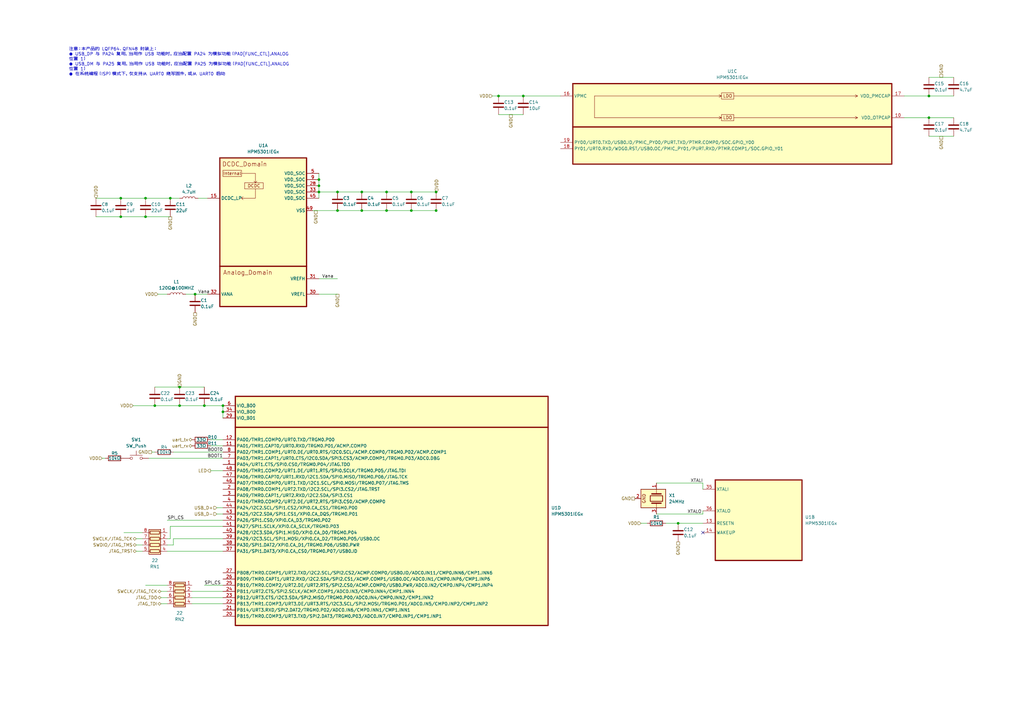
<source format=kicad_sch>
(kicad_sch (version 20231120) (generator "eeschema") (generator_version "8.0")
  (paper "A3")
  (title_block (date "2024-06-16"))
  (lib_symbols
    (symbol "Crystal_AKL:Crystal_Generic_GND2" (pin_names (offset 1.016) hide)
      (property "Reference" "X" (at 0 8.89 0))
      (property "Value" "Crystal_Generic" (at 0 6.35 0))
      (symbol "Crystal_Generic_GND2_0_1"
        (rectangle (start -3.81 3.81) (end 3.81 -6.35) (stroke (width 0.254)) (fill (type background)))
        (rectangle (start -1.143 2.54) (end 1.143 -2.54) (stroke (width 0.3048)))
        (polyline (pts (xy -3.81 0) (xy -1.905 0)))
        (polyline (pts (xy -1.905 -1.905) (xy -1.905 1.905)) (stroke (width 0.508)))
        (polyline (pts (xy 1.905 -1.905) (xy 1.905 1.905)) (stroke (width 0.508)))
        (polyline (pts (xy 3.81 0) (xy 1.905 0)))
        (text "GND" (at 0 -5.08 0) (effects (font (size 1.27 1.27))))
      )
      (symbol "Crystal_Generic_GND2_1_1"
        (pin passive line (at -6.35 0 0) (length 2.54) (name "1") (number "1"))
        (pin passive line (at 0 -8.89 90) (length 2.54) (name "2") (number "2"))
        (pin passive line (at 6.35 0 180) (length 2.54) (name "3") (number "3"))
      )
    )
    (symbol "Device:C" (pin_numbers hide) (pin_names (offset 0.254))
      (property "Reference" "C" (at 0.635 2.54 0))
      (property "Value" "C" (at 0.635 -2.54 0))
      (symbol "C_0_1"
        (polyline (pts (xy -2.032 -0.762) (xy 2.032 -0.762)) (stroke (width 0.508)))
        (polyline (pts (xy -2.032 0.762) (xy 2.032 0.762)) (stroke (width 0.508)))
      )
      (symbol "C_1_1"
        (pin passive line (at 0 3.81 270) (length 2.794) (name "~") (number "1"))
        (pin passive line (at 0 -3.81 90) (length 2.794) (name "~") (number "2"))
      )
    )
    (symbol "Device:L" (pin_numbers hide) (pin_names (offset 1.016) hide)
      (property "Reference" "L" (at -1.27 0 90))
      (property "Value" "L" (at 1.905 0 90))
      (symbol "L_0_1"
        (arc (start 0 -2.54) (mid 0.6323 -1.905) (end 0 -1.27))
        (arc (start 0 -1.27) (mid 0.6323 -0.635) (end 0 0))
        (arc (start 0 0) (mid 0.6323 0.635) (end 0 1.27))
        (arc (start 0 1.27) (mid 0.6323 1.905) (end 0 2.54))
      )
      (symbol "L_1_1"
        (pin passive line (at 0 3.81 270) (length 1.27) (name "1") (number "1"))
        (pin passive line (at 0 -3.81 90) (length 1.27) (name "2") (number "2"))
      )
    )
    (symbol "Device:R" (pin_numbers hide) (pin_names (offset 0))
      (property "Reference" "R" (at 2.032 0 90))
      (property "Value" "R" (at 0 0 90))
      (symbol "R_0_1"
        (rectangle (start -1.016 -2.54) (end 1.016 2.54) (stroke (width 0.254)))
      )
      (symbol "R_1_1"
        (pin passive line (at 0 3.81 270) (length 1.27) (name "~") (number "1"))
        (pin passive line (at 0 -3.81 90) (length 1.27) (name "~") (number "2"))
      )
    )
    (symbol "Device:R_Pack04" (pin_names (offset 0) hide)
      (property "Reference" "RN" (at -7.62 0 90))
      (property "Value" "R_Pack04" (at 5.08 0 90))
      (symbol "R_Pack04_0_1"
        (rectangle (start -6.35 -2.413) (end 3.81 2.413) (stroke (width 0.254)) (fill (type background)))
        (rectangle (start -5.715 1.905) (end -4.445 -1.905) (stroke (width 0.254)))
        (rectangle (start -3.175 1.905) (end -1.905 -1.905) (stroke (width 0.254)))
        (rectangle (start -0.635 1.905) (end 0.635 -1.905) (stroke (width 0.254)))
        (polyline (pts (xy -5.08 -2.54) (xy -5.08 -1.905)))
        (polyline (pts (xy -5.08 1.905) (xy -5.08 2.54)))
        (polyline (pts (xy -2.54 -2.54) (xy -2.54 -1.905)))
        (polyline (pts (xy -2.54 1.905) (xy -2.54 2.54)))
        (polyline (pts (xy 0 -2.54) (xy 0 -1.905)))
        (polyline (pts (xy 0 1.905) (xy 0 2.54)))
        (polyline (pts (xy 2.54 -2.54) (xy 2.54 -1.905)))
        (polyline (pts (xy 2.54 1.905) (xy 2.54 2.54)))
        (rectangle (start 1.905 1.905) (end 3.175 -1.905) (stroke (width 0.254)))
      )
      (symbol "R_Pack04_1_1"
        (pin passive line (at -5.08 -5.08 90) (length 2.54) (name "R1.1") (number "1"))
        (pin passive line (at -2.54 -5.08 90) (length 2.54) (name "R2.1") (number "2"))
        (pin passive line (at 0 -5.08 90) (length 2.54) (name "R3.1") (number "3"))
        (pin passive line (at 2.54 -5.08 90) (length 2.54) (name "R4.1") (number "4"))
        (pin passive line (at 2.54 5.08 270) (length 2.54) (name "R4.2") (number "5"))
        (pin passive line (at 0 5.08 270) (length 2.54) (name "R3.2") (number "6"))
        (pin passive line (at -2.54 5.08 270) (length 2.54) (name "R2.2") (number "7"))
        (pin passive line (at -5.08 5.08 270) (length 2.54) (name "R1.2") (number "8"))
      )
    )
    (symbol "HPM5300_Library:HPM5301IEG1"
      (property "Reference" "U" (at 1.27 1.27 0))
      (property "Value" "HPM5301IEGx" (at 15.24 1.27 0))
      (symbol "HPM5301IEG1_1_0"
        (pin power_in line (at 38.1 -21.59 180) (length 2.54) (name "VSS") (number "49"))
      )
      (symbol "HPM5301IEG1_1_1"
        (polyline (pts (xy 0 -44.45) (xy 35.56 -44.45)) (stroke (width 0.508)))
        (polyline (pts (xy 8.89 -6.35) (xy 14.605 -6.35) (xy 14.605 -10.16) (xy 13.97 -9.525) (xy 14.605 -10.16) (xy 15.24 -9.525)))
        (polyline (pts (xy 14.605 -12.7) (xy 14.605 -16.51) (xy 8.89 -16.51) (xy 9.525 -15.875) (xy 8.89 -16.51) (xy 9.525 -17.145)))
        (rectangle (start 0 0) (end 35.56 -60.96) (stroke (width 0.508)) (fill (type background)))
        (rectangle (start 1.27 -5.08) (end 8.89 -7.62))
        (rectangle (start 10.16 -10.16) (end 17.78 -12.7))
        (text "Analog_Domain" (at 11.43 -46.99 0) (effects (font (size 1.778 1.778))))
        (text "DCDC" (at 13.97 -11.43 0) (effects (font (size 1.27 1.27))))
        (text "DCDC_Domain" (at 10.16 -2.54 0) (effects (font (size 1.778 1.778))))
        (text "Internal" (at 5.08 -6.35 0) (effects (font (size 1.27 1.27))))
        (pin power_in line (at -5.08 -16.51 0) (length 5.08) (name "DCDC_LP") (number "15"))
        (pin power_in line (at 40.64 -11.43 180) (length 5.08) (name "VDD_SOC") (number "28"))
        (pin power_in line (at 40.64 -55.88 180) (length 5.08) (name "VREFL") (number "30"))
        (pin power_in line (at 40.64 -49.53 180) (length 5.08) (name "VREFH") (number "31"))
        (pin power_in line (at -5.08 -55.88 0) (length 5.08) (name "VANA") (number "32"))
        (pin power_in line (at 40.64 -13.97 180) (length 5.08) (name "VDD_SOC") (number "33"))
        (pin power_in line (at 40.64 -16.51 180) (length 5.08) (name "VDD_SOC") (number "45"))
        (pin power_in line (at 40.64 -6.35 180) (length 5.08) (name "VDD_SOC") (number "5"))
        (pin power_in line (at 40.64 -8.89 180) (length 5.08) (name "VDD_SOC") (number "9"))
      )
      (symbol "HPM5301IEG1_2_1"
        (rectangle (start 0 0) (end 35.56 -33.02) (stroke (width 0.508)) (fill (type background)))
        (pin input line (at -5.08 -17.78 0) (length 5.08) (name "RESETN") (number "13"))
        (pin input line (at -5.08 -21.59 0) (length 5.08) (name "WAKEUP") (number "14"))
        (pin input line (at -5.08 -3.81 0) (length 5.08) (name "XTALI") (number "35"))
        (pin output line (at -5.08 -12.7 0) (length 5.08) (name "XTALO") (number "36"))
      )
      (symbol "HPM5301IEG1_3_0"
        (polyline (pts (xy 8.89 -13.97) (xy 60.96 -13.97) (xy 59.944 -13.462) (xy 60.96 -13.97) (xy 59.944 -14.478)))
        (polyline (pts (xy 8.89 -5.08) (xy 60.96 -5.08) (xy 59.944 -4.572) (xy 60.96 -5.08) (xy 59.944 -5.588)))
        (polyline (pts (xy 66.04 -13.97) (xy 116.84 -13.97) (xy 115.824 -13.462) (xy 116.84 -13.97) (xy 115.824 -14.478)))
        (polyline (pts (xy 66.04 -5.08) (xy 116.84 -5.08) (xy 115.824 -4.572) (xy 116.84 -5.08) (xy 115.824 -5.588)))
      )
      (symbol "HPM5301IEG1_3_1"
        (polyline (pts (xy 0 -17.78) (xy 130.81 -17.78)) (stroke (width 0.508)))
        (polyline (pts (xy 8.89 -12.7) (xy 8.89 -5.08) (xy 8.89 -13.97)))
        (rectangle (start 0 0) (end 130.81 -33.02) (stroke (width 0.508)) (fill (type background)))
        (rectangle (start 60.96 -12.7) (end 66.04 -15.24))
        (rectangle (start 60.96 -3.81) (end 66.04 -6.35))
        (text "LDO" (at 63.5 -13.97 0) (effects (font (size 1.27 1.27))))
        (text "LDO" (at 63.5 -5.08 0) (effects (font (size 1.27 1.27))))
        (pin power_out line (at 135.89 -13.97 180) (length 5.08) (name "VDD_OTPCAP") (number "10"))
        (pin power_in line (at -5.08 -5.08 0) (length 5.08) (name "VPMC") (number "16"))
        (pin power_out line (at 135.89 -5.08 180) (length 5.08) (name "VDD_PMCCAP") (number "17"))
        (pin bidirectional line (at -5.08 -26.67 0) (length 5.08) (name "PY01/URT0.RXD/WDG0.RST/USB0.OC/PMIC_PY01/PURT.RXD/PTMR.COMP1/SOC.GPIO_Y01") (number "18"))
        (pin bidirectional line (at -5.08 -24.13 0) (length 5.08) (name "PY00/URT0.TXD/USB0.ID/PMIC_PY00/PURT.TXD/PTMR.COMP0/SOC.GPIO_Y00") (number "19"))
      )
      (symbol "HPM5301IEG1_4_1"
        (polyline (pts (xy 0 -12.7) (xy 128.27 -12.7)) (stroke (width 0.5)))
        (rectangle (start 0 0) (end 128.27 -93.98) (stroke (width 0.508)) (fill (type background)))
        (pin bidirectional line (at -5.08 -27.94 0) (length 5.08) (name "PA04/URT1.CTS/SPI0.CS0/TRGM0.P04/JTAG.TDO") (number "1"))
        (pin bidirectional line (at -5.08 -20.32 0) (length 5.08) (name "PA01/TMR1.CAPT0/URT0.RXD/TRGM0.P01/ACMP.COMP0") (number "11"))
        (pin bidirectional line (at -5.08 -17.78 0) (length 5.08) (name "PA00/TMR1.COMP0/URT0.TXD/TRGM0.P00") (number "12"))
        (pin bidirectional line (at -5.08 -38.1 0) (length 5.08) (name "PA08/TMR0.COMP1/URT2.TXD/I2C2.SCL/SPI3.CS2/JTAG.TRST") (number "2"))
        (pin bidirectional line (at -5.08 -90.17 0) (length 5.08) (name "PB15/TMR0.COMP3/URT3.TXD/SPI2.DAT3/TRGM0.P03/ADC0.IN7/CMP0.INP1/CMP1.INP1") (number "20"))
        (pin bidirectional line (at -5.08 -87.63 0) (length 5.08) (name "PB14/URT3.RXD/SPI2.DAT2/TRGM0.P02/ADC0.IN6/CMP0.INN1/CMP1.INN1") (number "21"))
        (pin bidirectional line (at -5.08 -85.09 0) (length 5.08) (name "PB13/TMR1.COMP3/URT3.DE/URT3.RTS/I2C3.SCL/SPI2.MOSI/TRGM0.P01/ADC0.IN5/CMP0.INP2/CMP1.INP2") (number "22"))
        (pin bidirectional line (at -5.08 -82.55 0) (length 5.08) (name "PB12/URT3.CTS/I2C3.SDA/SPI2.MISO/TRGM0.P00/ADC0.IN4/CMP0.INN2/CMP1.INN2") (number "23"))
        (pin bidirectional line (at -5.08 -80.01 0) (length 5.08) (name "PB11/URT2.CTS/SPI2.SCLK/ACMP.COMP1/ADC0.IN3/CMP0.INN4/CMP1.INN4") (number "24"))
        (pin bidirectional line (at -5.08 -77.47 0) (length 5.08) (name "PB10/TMR0.COMP2/URT2.DE/URT2.RTS/SPI2.CS0/ACMP.COMP0/USB0.PWR/ADC0.IN2/CMP0.INP4/CMP1.INP4") (number "25"))
        (pin bidirectional line (at -5.08 -74.93 0) (length 5.08) (name "PB09/TMR0.CAPT1/URT2.RXD/I2C2.SDA/SPI2.CS1/ACMP.COMP1/USB0.OC/ADC0.IN1/CMP0.INP6/CMP1.INP6") (number "26"))
        (pin bidirectional line (at -5.08 -72.39 0) (length 5.08) (name "PB08/TMR0.COMP1/URT2.TXD/I2C2.SCL/SPI2.CS2/ACMP.COMP0/USB0.ID/ADC0.IN11/CMP0.INN6/CMP1.INN6") (number "27"))
        (pin power_in line (at -5.08 -8.89 0) (length 5.08) (name "VIO_B01") (number "29"))
        (pin bidirectional line (at -5.08 -40.64 0) (length 5.08) (name "PA09/TMR0.CAPT1/URT2.RXD/I2C2.SDA/SPI3.CS1") (number "3"))
        (pin power_in line (at -5.08 -6.35 0) (length 5.08) (name "VIO_B00") (number "34"))
        (pin bidirectional line (at -5.08 -63.5 0) (length 5.08) (name "PA31/SPI1.DAT3/XPI0.CA_CS0/TRGM0.P07/USB0.ID") (number "37"))
        (pin bidirectional line (at -5.08 -60.96 0) (length 5.08) (name "PA30/SPI1.DAT2/XPI0.CA_D1/TRGM0.P06/USB0.PWR") (number "38"))
        (pin bidirectional line (at -5.08 -58.42 0) (length 5.08) (name "PA29/I2C3.SCL/SPI1.MOSI/XPI0.CA_D2/TRGM0.P05/USB0.OC") (number "39"))
        (pin bidirectional line (at -5.08 -43.18 0) (length 5.08) (name "PA10/TMR0.COMP2/URT2.DE/URT2.RTS/SPI3.CS0/ACMP.COMP0") (number "4"))
        (pin bidirectional line (at -5.08 -55.88 0) (length 5.08) (name "PA28/I2C3.SDA/SPI1.MISO/XPI0.CA_D0/TRGM0.P04") (number "40"))
        (pin bidirectional line (at -5.08 -53.34 0) (length 5.08) (name "PA27/SPI1.SCLK/XPI0.CA_SCLK/TRGM0.P03") (number "41"))
        (pin bidirectional line (at -5.08 -50.8 0) (length 5.08) (name "PA26/SPI1.CS0/XPI0.CA_D3/TRGM0.P02") (number "42"))
        (pin bidirectional line (at -5.08 -48.26 0) (length 5.08) (name "PA25/I2C2.SDA/SPI1.CS1/XPI0.CA_DQS/TRGM0.P01") (number "43"))
        (pin bidirectional line (at -5.08 -45.72 0) (length 5.08) (name "PA24/I2C2.SCL/SPI1.CS2/XPI0.CA_CS1/TRGM0.P00") (number "44"))
        (pin bidirectional line (at -5.08 -35.56 0) (length 5.08) (name "PA07/TMR0.COMP0/URT1.TXD/I2C1.SCL/SPI0.MOSI/TRGM0.P07/JTAG.TMS") (number "46"))
        (pin bidirectional line (at -5.08 -33.02 0) (length 5.08) (name "PA06/TMR0.CAPT0/URT1.RXD/I2C1.SDA/SPI0.MISO/TRGM0.P06/JTAG.TCK") (number "47"))
        (pin bidirectional line (at -5.08 -30.48 0) (length 5.08) (name "PA05/TMR1.COMP2/URT1.DE/URT1.RTS/SPI0.SCLK/TRGM0.P05/JTAG.TDI") (number "48"))
        (pin power_in line (at -5.08 -3.81 0) (length 5.08) (name "VIO_B00") (number "6"))
        (pin bidirectional line (at -5.08 -25.4 0) (length 5.08) (name "PA03/TMR1.CAPT1/URT0.CTS/I2C0.SDA/SPI3.CS3/ACMP.COMP1/TRGM0.P03/ADC0.DBG") (number "7"))
        (pin bidirectional line (at -5.08 -22.86 0) (length 5.08) (name "PA02/TMR1.COMP1/URT0.DE/URT0.RTS/I2C0.SCL/ACMP.COMP0/TRGM0.P02/ACMP.COMP1") (number "8"))
      )
    )
    (symbol "Switch:SW_Push" (pin_numbers hide) (pin_names (offset 1.016) hide)
      (property "Reference" "SW" (at 1.27 2.54 0))
      (property "Value" "SW_Push" (at 0 -1.524 0))
      (symbol "SW_Push_0_1"
        (circle (center -2.032 0) (radius 0.508))
        (polyline (pts (xy 0 1.27) (xy 0 3.048)))
        (polyline (pts (xy 2.54 1.27) (xy -2.54 1.27)))
        (circle (center 2.032 0) (radius 0.508))
        (pin passive line (at -5.08 0 0) (length 2.54) (name "1") (number "1"))
        (pin passive line (at 5.08 0 180) (length 2.54) (name "2") (number "2"))
      )
    )
  )
  (junction (at 130.81 73.66))
  (junction (at 63.5 166.37))
  (junction (at 69.85 81.28))
  (junction (at 158.5481 86.36))
  (junction (at 204.47 39.37))
  (junction (at 73.66 158.75))
  (junction (at 59.69 88.9))
  (junction (at 381 39.37))
  (junction (at 138.43 86.36))
  (junction (at 91.44 166.37))
  (junction (at 49.53 88.9))
  (junction (at 73.66 166.37))
  (junction (at 381 48.26))
  (junction (at 214.63 39.37))
  (junction (at 168.7081 78.74))
  (junction (at 278.13 214.63))
  (junction (at 158.5481 78.74))
  (junction (at 130.81 76.2))
  (junction (at 91.44 168.91))
  (junction (at 148.3881 78.74))
  (junction (at 80.01 120.65))
  (junction (at 178.8681 78.74))
  (junction (at 59.69 81.28))
  (junction (at 130.81 78.74))
  (junction (at 178.8681 86.36))
  (junction (at 83.82 166.37))
  (junction (at 49.53 81.28))
  (junction (at 168.7081 86.36))
  (junction (at 148.3881 86.36))
  (junction (at 138.43 78.74))
  (no_connect (at 288.29 218.44))
  (wire (pts (xy 71.12 220.98) (xy 91.44 220.98)))
  (wire (pts (xy 55.88 220.98) (xy 58.42 220.98)))
  (wire (pts (xy 41.91 187.96) (xy 43.18 187.96)))
  (wire (pts (xy 66.04 247.65) (xy 68.58 247.65)))
  (wire (pts (xy 86.36 182.88) (xy 91.44 182.88)))
  (wire (pts (xy 88.9 210.82) (xy 91.44 210.82)))
  (wire (pts (xy 214.63 39.37) (xy 229.87 39.37)))
  (wire (pts (xy 269.24 210.82) (xy 288.29 210.82)))
  (wire (pts (xy 69.85 215.9) (xy 91.44 215.9)))
  (wire (pts (xy 49.53 81.28) (xy 59.69 81.28)))
  (wire (pts (xy 73.66 166.37) (xy 83.82 166.37)))
  (wire (pts (xy 148.3881 86.36) (xy 158.5481 86.36)))
  (wire (pts (xy 288.29 210.82) (xy 288.29 209.55)))
  (wire (pts (xy 63.5 158.75) (xy 73.66 158.75)))
  (wire (pts (xy 204.47 46.99) (xy 214.63 46.99)))
  (wire (pts (xy 59.69 240.03) (xy 68.58 240.03)))
  (wire (pts (xy 60.96 187.96) (xy 91.44 187.96)))
  (wire (pts (xy 130.81 114.3) (xy 138.43 114.3)))
  (wire (pts (xy 148.3881 78.74) (xy 158.5481 78.74)))
  (wire (pts (xy 130.81 73.66) (xy 130.81 76.2)))
  (wire (pts (xy 68.58 213.36) (xy 91.44 213.36)))
  (wire (pts (xy 83.82 240.03) (xy 91.44 240.03)))
  (wire (pts (xy 381 39.37) (xy 391.16 39.37)))
  (wire (pts (xy 62.23 185.42) (xy 63.5 185.42)))
  (wire (pts (xy 76.2 120.65) (xy 80.01 120.65)))
  (wire (pts (xy 69.85 81.28) (xy 73.66 81.28)))
  (wire (pts (xy 130.81 76.2) (xy 130.81 78.74)))
  (wire (pts (xy 168.7081 86.36) (xy 178.8681 86.36)))
  (wire (pts (xy 158.5481 86.36) (xy 168.7081 86.36)))
  (wire (pts (xy 178.8681 78.74) (xy 179.07 78.74)))
  (wire (pts (xy 78.74 247.65) (xy 91.44 247.65)))
  (wire (pts (xy 59.69 81.28) (xy 69.85 81.28)))
  (wire (pts (xy 66.04 245.11) (xy 68.58 245.11)))
  (wire (pts (xy 288.29 198.12) (xy 288.29 200.66)))
  (wire (pts (xy 381 31.75) (xy 391.16 31.75)))
  (wire (pts (xy 262.89 214.63) (xy 265.43 214.63)))
  (wire (pts (xy 130.81 120.65) (xy 138.43 120.65)))
  (wire (pts (xy 138.43 78.74) (xy 148.3881 78.74)))
  (wire (pts (xy 201.93 39.37) (xy 204.47 39.37)))
  (wire (pts (xy 80.01 120.65) (xy 85.09 120.65)))
  (wire (pts (xy 178.8681 86.36) (xy 179.07 86.36)))
  (wire (pts (xy 39.37 88.9) (xy 49.53 88.9)))
  (wire (pts (xy 381 55.88) (xy 391.16 55.88)))
  (wire (pts (xy 269.24 198.12) (xy 288.29 198.12)))
  (wire (pts (xy 63.5 166.37) (xy 73.66 166.37)))
  (wire (pts (xy 158.5481 78.74) (xy 168.7081 78.74)))
  (wire (pts (xy 39.37 81.28) (xy 49.53 81.28)))
  (wire (pts (xy 91.44 166.37) (xy 91.44 168.91)))
  (wire (pts (xy 50.8 218.44) (xy 58.42 218.44)))
  (wire (pts (xy 88.9 208.28) (xy 91.44 208.28)))
  (wire (pts (xy 370.84 48.26) (xy 381 48.26)))
  (wire (pts (xy 130.81 78.74) (xy 130.81 81.28)))
  (wire (pts (xy 138.43 86.36) (xy 148.3881 86.36)))
  (wire (pts (xy 71.12 223.52) (xy 68.58 223.52)))
  (wire (pts (xy 168.7081 78.74) (xy 178.8681 78.74)))
  (wire (pts (xy 54.61 166.37) (xy 63.5 166.37)))
  (wire (pts (xy 71.12 185.42) (xy 91.44 185.42)))
  (wire (pts (xy 66.04 242.57) (xy 68.58 242.57)))
  (wire (pts (xy 73.66 158.75) (xy 83.82 158.75)))
  (wire (pts (xy 381 48.26) (xy 391.16 48.26)))
  (wire (pts (xy 86.36 193.04) (xy 91.44 193.04)))
  (wire (pts (xy 130.81 71.12) (xy 130.81 73.66)))
  (wire (pts (xy 78.74 242.57) (xy 91.44 242.57)))
  (wire (pts (xy 49.53 88.9) (xy 59.69 88.9)))
  (wire (pts (xy 204.47 39.37) (xy 214.63 39.37)))
  (wire (pts (xy 128.27 86.36) (xy 138.43 86.36)))
  (wire (pts (xy 69.85 220.98) (xy 68.58 220.98)))
  (wire (pts (xy 83.82 166.37) (xy 91.44 166.37)))
  (wire (pts (xy 78.74 245.11) (xy 91.44 245.11)))
  (wire (pts (xy 71.12 220.98) (xy 71.12 223.52)))
  (wire (pts (xy 130.81 78.74) (xy 138.43 78.74)))
  (wire (pts (xy 273.05 214.63) (xy 278.13 214.63)))
  (wire (pts (xy 278.13 214.63) (xy 288.29 214.63)))
  (wire (pts (xy 64.77 120.65) (xy 68.58 120.65)))
  (wire (pts (xy 68.58 226.06) (xy 91.44 226.06)))
  (wire (pts (xy 370.84 39.37) (xy 381 39.37)))
  (wire (pts (xy 86.36 180.34) (xy 91.44 180.34)))
  (wire (pts (xy 59.69 88.9) (xy 69.85 88.9)))
  (wire (pts (xy 91.44 168.91) (xy 91.44 171.45)))
  (wire (pts (xy 81.28 81.28) (xy 85.09 81.28)))
  (wire (pts (xy 69.85 215.9) (xy 69.85 220.98)))
  (wire (pts (xy 55.88 226.06) (xy 58.42 226.06)))
  (wire (pts (xy 55.88 223.52) (xy 58.42 223.52)))
  (text "注意：本产品的 LQFP64、QFN48 封装上：\n● USB_DP 与 PA24 复用，当用作 USB 功能时，应当配置 PA24 为模拟功能（PAD[FUNC_CTL].ANALOG\n位置 1）\n● USB_DM 与 PA25 复用，当用作 USB 功能时，应当配置 PA25 为模拟功能（PAD[FUNC_CTL].ANALOG\n位置 1）\n● 在系统编程（ISP）模式下，仅支持从 UART0 烧写固件，或从 UART0 启动" (at 28.194 25.4 0) (effects (font (size 1.27 1.27)) (justify left)))
  (label "Vana" (at 81.28 120.65 0))
  (label "SPI_CS" (at 83.82 240.03 0))
  (label "Vana" (at 132.08 114.3 0))
  (label "BOOT1" (at 85.09 187.96 0))
  (label "XTALI" (at 283.21 198.12 0))
  (label "BOOT0" (at 85.09 185.42 0))
  (label "XTALO" (at 281.94 210.82 0))
  (label "SPI_CS" (at 68.6878 213.36 0))
  (hierarchical_label "GND" (shape passive) (at 386.08 31.75 90))
  (hierarchical_label "uart_rx" (shape bidirectional) (at 78.74 182.88 180))
  (hierarchical_label "VDD" (shape input) (at 201.93 39.37 180))
  (hierarchical_label "GND" (shape passive) (at 129.54 86.36 270))
  (hierarchical_label "VDD" (shape input) (at 41.91 187.96 180))
  (hierarchical_label "LED" (shape output) (at 86.36 193.04 180))
  (hierarchical_label "USB_D+" (shape input) (at 88.9 208.28 180))
  (hierarchical_label "GND" (shape passive) (at 278.13 222.25 270))
  (hierarchical_label "JTAG_TDO" (shape bidirectional) (at 66.04 245.11 180))
  (hierarchical_label "SWCLK{slash}JTAG_TCK" (shape bidirectional) (at 66.04 242.57 180))
  (hierarchical_label "GND" (shape passive) (at 260.35 204.47 180))
  (hierarchical_label "JTAG_TRST" (shape bidirectional) (at 55.88 226.06 180))
  (hierarchical_label "GND" (shape passive) (at 80.01 128.27 270))
  (hierarchical_label "GND" (shape passive) (at 386.08 55.88 270))
  (hierarchical_label "SWDIO{slash}JTAG_TMS" (shape bidirectional) (at 55.88 223.52 180))
  (hierarchical_label "VDD" (shape input) (at 64.77 120.65 180))
  (hierarchical_label "SWCLK{slash}JTAG_TCK" (shape bidirectional) (at 55.88 220.98 180))
  (hierarchical_label "VDD" (shape input) (at 54.61 166.37 180))
  (hierarchical_label "JTAG_TDI" (shape bidirectional) (at 66.04 247.65 180))
  (hierarchical_label "GND" (shape passive) (at 73.66 158.75 90))
  (hierarchical_label "GND" (shape passive) (at 69.85 88.9 270))
  (hierarchical_label "VDD" (shape input) (at 179.07 78.74 90))
  (hierarchical_label "uart_tx" (shape bidirectional) (at 78.74 180.34 180))
  (hierarchical_label "VDD" (shape input) (at 262.89 214.63 180))
  (hierarchical_label "GND" (shape passive) (at 138.43 120.65 270))
  (hierarchical_label "GND" (shape passive) (at 209.55 46.99 270))
  (hierarchical_label "VDD" (shape input) (at 39.37 81.28 90))
  (hierarchical_label "USB_D-" (shape input) (at 88.9 210.82 180))
  (hierarchical_label "GND" (shape passive) (at 62.23 185.42 180))
  (symbol (lib_id "Device:R_Pack04") (at 63.5 223.52 90) (mirror x) (unit 1)
    (property "Reference" "RN1" (at 63.5 232.41 90))
    (property "Value" "22" (at 63.5 229.87 90))
    (property "Footprint" "Resistor_SMD:R_Array_Concave_4x0402" (effects (hide yes)))
    (property "Description" "4 resistor network, parallel topology" (effects (hide yes)))
  )
  (symbol (lib_id "Device:R") (at 269.24 214.63 270) (unit 1)
    (property "Reference" "R1" (at 269.24 212.09 90))
    (property "Value" "10kΩ" (at 269.24 214.63 90))
    (property "Footprint" "Resistor_SMD:R_0402_1005Metric" (effects (hide yes)))
    (property "Description" "Resistor" (effects (hide yes)))
  )
  (symbol (lib_id "Device:C") (at 59.69 85.09 0) (unit 1)
    (property "Reference" "C10" (at 61.976 83.82 0) (effects (justify left)))
    (property "Value" "22uF" (at 61.976 86.36 0) (effects (justify left)))
    (property "Footprint" "Capacitor_SMD:C_0402_1005Metric" (effects (hide yes)))
    (property "Description" "Unpolarized capacitor" (effects (hide yes)))
  )
  (symbol (lib_id "Device:C") (at 148.3881 82.55 0) (unit 1)
    (property "Reference" "C4" (at 150.6741 81.28 0) (effects (justify left)))
    (property "Value" "0.1uF" (at 150.6741 83.82 0) (effects (justify left)))
    (property "Footprint" "Capacitor_SMD:C_0402_1005Metric" (effects (hide yes)))
    (property "Description" "Unpolarized capacitor" (effects (hide yes)))
  )
  (symbol (lib_id "Device:C") (at 138.43 82.55 0) (unit 1)
    (property "Reference" "C3" (at 140.716 81.28 0) (effects (justify left)))
    (property "Value" "0.1uF" (at 140.716 83.82 0) (effects (justify left)))
    (property "Footprint" "Capacitor_SMD:C_0402_1005Metric" (effects (hide yes)))
    (property "Description" "Unpolarized capacitor" (effects (hide yes)))
  )
  (symbol (lib_id "Device:C") (at 178.8681 82.55 0) (unit 1)
    (property "Reference" "C7" (at 181.1541 81.28 0) (effects (justify left)))
    (property "Value" "0.1uF" (at 181.1541 83.82 0) (effects (justify left)))
    (property "Footprint" "Capacitor_SMD:C_0402_1005Metric" (effects (hide yes)))
    (property "Description" "Unpolarized capacitor" (effects (hide yes)))
  )
  (symbol (lib_id "Crystal_AKL:Crystal_Generic_GND2") (at 269.24 204.47 270) (unit 1)
    (property "Reference" "X1" (at 274.32 203.1999 90) (effects (justify left)))
    (property "Value" "24MHz" (at 274.32 205.7399 90) (effects (justify left)))
    (property "Footprint" "my:CSTCE3213" (effects (hide yes)))
    (property "Description" "Quartz crystal, Shielded, Generic symbol, Alternate KiCad Library" (effects (hide yes)))
  )
  (symbol (lib_id "Switch:SW_Push") (at 55.88 187.96 0) (unit 1)
    (property "Reference" "SW1" (at 55.88 180.34 0))
    (property "Value" "SW_Push" (at 55.88 182.88 0))
    (property "Footprint" "Button_Switch_SMD:SW_Push_SPST_NO_Alps_SKRK" (effects (hide yes)))
    (property "Description" "Push button switch, generic, two pins" (effects (hide yes)))
  )
  (symbol (lib_id "Device:R") (at 82.55 180.34 90) (unit 1)
    (property "Reference" "R10" (at 87.122 179.324 90))
    (property "Value" "33Ω" (at 82.55 180.34 90))
    (property "Footprint" "Resistor_SMD:R_0402_1005Metric" (effects (hide yes)))
    (property "Description" "Resistor" (effects (hide yes)))
  )
  (symbol (lib_id "Device:C") (at 278.13 218.44 0) (unit 1)
    (property "Reference" "C12" (at 280.416 217.17 0) (effects (justify left)))
    (property "Value" "0.1uF" (at 280.416 219.71 0) (effects (justify left)))
    (property "Footprint" "Capacitor_SMD:C_0402_1005Metric" (effects (hide yes)))
    (property "Description" "Unpolarized capacitor" (effects (hide yes)))
  )
  (symbol (lib_id "Device:C") (at 83.82 162.56 0) (unit 1)
    (property "Reference" "C24" (at 86.106 161.29 0) (effects (justify left)))
    (property "Value" "0.1uF" (at 86.106 163.83 0) (effects (justify left)))
    (property "Footprint" "Capacitor_SMD:C_0402_1005Metric" (effects (hide yes)))
    (property "Description" "Unpolarized capacitor" (effects (hide yes)))
  )
  (symbol (lib_id "Device:C") (at 391.16 52.07 0) (unit 1)
    (property "Reference" "C18" (at 393.446 50.8 0) (effects (justify left)))
    (property "Value" "4.7uF" (at 393.446 53.34 0) (effects (justify left)))
    (property "Footprint" "Capacitor_SMD:C_0402_1005Metric" (effects (hide yes)))
    (property "Description" "Unpolarized capacitor" (effects (hide yes)))
  )
  (symbol (lib_id "Device:C") (at 168.7081 82.55 0) (unit 1)
    (property "Reference" "C6" (at 170.9941 81.28 0) (effects (justify left)))
    (property "Value" "0.1uF" (at 170.9941 83.82 0) (effects (justify left)))
    (property "Footprint" "Capacitor_SMD:C_0402_1005Metric" (effects (hide yes)))
    (property "Description" "Unpolarized capacitor" (effects (hide yes)))
  )
  (symbol (lib_id "Device:C") (at 214.63 43.18 0) (unit 1)
    (property "Reference" "C14" (at 216.916 41.91 0) (effects (justify left)))
    (property "Value" "10uF" (at 216.916 44.45 0) (effects (justify left)))
    (property "Footprint" "Capacitor_SMD:C_0402_1005Metric" (effects (hide yes)))
    (property "Description" "Unpolarized capacitor" (effects (hide yes)))
  )
  (symbol (lib_id "HPM5300_Library:HPM5301IEG1") (at 234.95 34.29 0) (unit 3)
    (property "Reference" "U1" (at 300.355 29.21 0))
    (property "Value" "HPM5301IEGx" (at 300.355 31.75 0))
    (property "Footprint" "HPM_footprints:QFN-48_6x6mm_P0.4mm_EP4.2x4.2mm" (effects (hide yes)))
  )
  (symbol (lib_id "Device:C") (at 63.5 162.56 0) (unit 1)
    (property "Reference" "C22" (at 65.786 161.29 0) (effects (justify left)))
    (property "Value" "0.1uF" (at 65.786 163.83 0) (effects (justify left)))
    (property "Footprint" "Capacitor_SMD:C_0402_1005Metric" (effects (hide yes)))
    (property "Description" "Unpolarized capacitor" (effects (hide yes)))
  )
  (symbol (lib_id "HPM5300_Library:HPM5301IEG1") (at 90.17 64.77 0) (unit 1)
    (property "Reference" "U1" (at 107.95 59.69 0))
    (property "Value" "HPM5301IEGx" (at 107.95 62.23 0))
    (property "Footprint" "HPM_footprints:QFN-48_6x6mm_P0.4mm_EP4.2x4.2mm" (effects (hide yes)))
  )
  (symbol (lib_id "HPM5300_Library:HPM5301IEG1") (at 293.37 196.85 0) (unit 2)
    (property "Reference" "U1" (at 330.2 212.0899 0) (effects (justify left)))
    (property "Value" "HPM5301IEGx" (at 330.2 214.6299 0) (effects (justify left)))
    (property "Footprint" "HPM_footprints:QFN-48_6x6mm_P0.4mm_EP4.2x4.2mm" (effects (hide yes)))
  )
  (symbol (lib_id "Device:C") (at 80.01 124.46 0) (unit 1)
    (property "Reference" "C1" (at 82.296 123.19 0) (effects (justify left)))
    (property "Value" "0.1uF" (at 82.296 125.73 0) (effects (justify left)))
    (property "Footprint" "Capacitor_SMD:C_0402_1005Metric" (effects (hide yes)))
    (property "Description" "Unpolarized capacitor" (effects (hide yes)))
  )
  (symbol (lib_id "Device:C") (at 391.16 35.56 0) (unit 1)
    (property "Reference" "C16" (at 393.446 34.29 0) (effects (justify left)))
    (property "Value" "4.7uF" (at 393.446 36.83 0) (effects (justify left)))
    (property "Footprint" "Capacitor_SMD:C_0402_1005Metric" (effects (hide yes)))
    (property "Description" "Unpolarized capacitor" (effects (hide yes)))
  )
  (symbol (lib_id "Device:C") (at 158.5481 82.55 0) (unit 1)
    (property "Reference" "C5" (at 160.8341 81.28 0) (effects (justify left)))
    (property "Value" "0.1uF" (at 160.8341 83.82 0) (effects (justify left)))
    (property "Footprint" "Capacitor_SMD:C_0402_1005Metric" (effects (hide yes)))
    (property "Description" "Unpolarized capacitor" (effects (hide yes)))
  )
  (symbol (lib_id "Device:C") (at 49.53 85.09 0) (unit 1)
    (property "Reference" "C9" (at 51.816 83.82 0) (effects (justify left)))
    (property "Value" "1uF" (at 51.816 86.36 0) (effects (justify left)))
    (property "Footprint" "Capacitor_SMD:C_0402_1005Metric" (effects (hide yes)))
    (property "Description" "Unpolarized capacitor" (effects (hide yes)))
  )
  (symbol (lib_id "Device:C") (at 73.66 162.56 0) (unit 1)
    (property "Reference" "C23" (at 75.946 161.29 0) (effects (justify left)))
    (property "Value" "0.1uF" (at 75.946 163.83 0) (effects (justify left)))
    (property "Footprint" "Capacitor_SMD:C_0402_1005Metric" (effects (hide yes)))
    (property "Description" "Unpolarized capacitor" (effects (hide yes)))
  )
  (symbol (lib_id "Device:R_Pack04") (at 73.66 245.11 90) (mirror x) (unit 1)
    (property "Reference" "RN2" (at 73.66 254 90))
    (property "Value" "22" (at 73.66 251.46 90))
    (property "Footprint" "Resistor_SMD:R_Array_Concave_4x0402" (effects (hide yes)))
    (property "Description" "4 resistor network, parallel topology" (effects (hide yes)))
  )
  (symbol (lib_id "HPM5300_Library:HPM5301IEG1") (at 96.52 162.56 0) (unit 4)
    (property "Reference" "U1" (at 226.06 208.2799 0) (effects (justify left)))
    (property "Value" "HPM5301IEGx" (at 226.06 210.8199 0) (effects (justify left)))
    (property "Footprint" "HPM_footprints:QFN-48_6x6mm_P0.4mm_EP4.2x4.2mm" (effects (hide yes)))
  )
  (symbol (lib_id "Device:L") (at 72.39 120.65 90) (unit 1)
    (property "Reference" "L1" (at 72.39 115.57 90))
    (property "Value" "120Ω@100MHZ" (at 72.39 118.11 90))
    (property "Footprint" "Inductor_SMD:L_0402_1005Metric" (effects (hide yes)))
    (property "Description" "Inductor" (effects (hide yes)))
  )
  (symbol (lib_id "Device:R") (at 46.99 187.96 90) (unit 1)
    (property "Reference" "R5" (at 46.99 185.928 90))
    (property "Value" "10kΩ" (at 46.99 187.96 90))
    (property "Footprint" "Resistor_SMD:R_0402_1005Metric" (effects (hide yes)))
    (property "Description" "Resistor" (effects (hide yes)))
  )
  (symbol (lib_id "Device:C") (at 381 52.07 0) (unit 1)
    (property "Reference" "C17" (at 383.286 50.8 0) (effects (justify left)))
    (property "Value" "0.1uF" (at 383.286 53.34 0) (effects (justify left)))
    (property "Footprint" "Capacitor_SMD:C_0402_1005Metric" (effects (hide yes)))
    (property "Description" "Unpolarized capacitor" (effects (hide yes)))
  )
  (symbol (lib_id "Device:C") (at 69.85 85.09 0) (unit 1)
    (property "Reference" "C11" (at 72.136 83.82 0) (effects (justify left)))
    (property "Value" "22uF" (at 72.136 86.36 0) (effects (justify left)))
    (property "Footprint" "Capacitor_SMD:C_0402_1005Metric" (effects (hide yes)))
    (property "Description" "Unpolarized capacitor" (effects (hide yes)))
  )
  (symbol (lib_id "Device:C") (at 381 35.56 0) (unit 1)
    (property "Reference" "C15" (at 383.286 34.29 0) (effects (justify left)))
    (property "Value" "0.1uF" (at 383.286 36.83 0) (effects (justify left)))
    (property "Footprint" "Capacitor_SMD:C_0402_1005Metric" (effects (hide yes)))
    (property "Description" "Unpolarized capacitor" (effects (hide yes)))
  )
  (symbol (lib_id "Device:L") (at 77.47 81.28 90) (unit 1)
    (property "Reference" "L2" (at 77.47 76.2 90))
    (property "Value" "4.7uH" (at 77.47 78.74 90))
    (property "Footprint" "Inductor_SMD:L_Wuerth_MAPI-2510" (effects (hide yes)))
    (property "Description" "Inductor" (effects (hide yes)))
    (property "LCSC" "C5832360" (effects (hide yes)))
  )
  (symbol (lib_id "Device:C") (at 39.37 85.09 0) (unit 1)
    (property "Reference" "C8" (at 41.656 83.82 0) (effects (justify left)))
    (property "Value" "0.1uF" (at 41.656 86.36 0) (effects (justify left)))
    (property "Footprint" "Capacitor_SMD:C_0402_1005Metric" (effects (hide yes)))
    (property "Description" "Unpolarized capacitor" (effects (hide yes)))
  )
  (symbol (lib_id "Device:R") (at 82.55 182.88 90) (unit 1)
    (property "Reference" "R11" (at 87.122 181.864 90))
    (property "Value" "33Ω" (at 82.55 182.88 90))
    (property "Footprint" "Resistor_SMD:R_0402_1005Metric" (effects (hide yes)))
    (property "Description" "Resistor" (effects (hide yes)))
  )
  (symbol (lib_id "Device:R") (at 67.31 185.42 90) (unit 1)
    (property "Reference" "R4" (at 67.31 183.388 90))
    (property "Value" "100kΩ" (at 67.31 185.42 90))
    (property "Footprint" "Resistor_SMD:R_0402_1005Metric" (effects (hide yes)))
    (property "Description" "Resistor" (effects (hide yes)))
  )
  (symbol (lib_id "Device:C") (at 204.47 43.18 0) (unit 1)
    (property "Reference" "C13" (at 206.756 41.91 0) (effects (justify left)))
    (property "Value" "0.1uF" (at 206.756 44.45 0) (effects (justify left)))
    (property "Footprint" "Capacitor_SMD:C_0402_1005Metric" (effects (hide yes)))
    (property "Description" "Unpolarized capacitor" (effects (hide yes)))
  )
)
</source>
